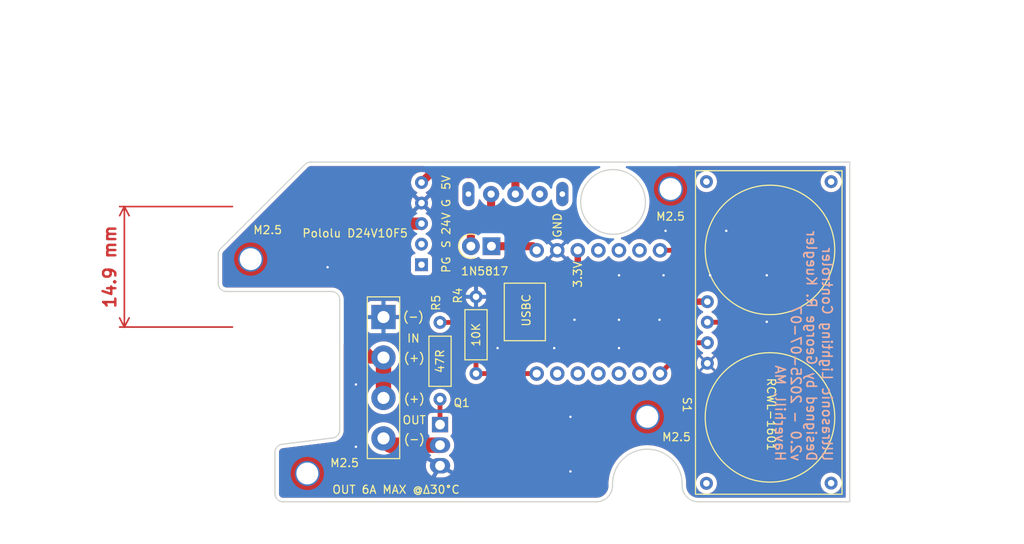
<source format=kicad_pcb>
(kicad_pcb (version 20241229) (generator "pcbnew") (generator_version "9.0")
  (layers (0 "F.Cu" signal) (2 "B.Cu" power) (13 "F.Paste" user) (15 "B.Paste" user) (5 "F.SilkS" user "F.Silkscreen") (7 "B.SilkS" user "B.Silkscreen") (1 "F.Mask" user) (3 "B.Mask" user) (25 "Edge.Cuts" user))
  (net 0 "")
  (net 1 "/+24V")
  (net 2 "/echo")
  (net 3 "/SRO4 PWR")
  (net 4 "Net-(Q1-G)")
  (net 5 "/trig")
  (net 7 "Net-(U1-GPIO_18)")
  (net 8 "/LED-")
  (net 9 "<NO NET>")
  (net 16 "/+5V")
  (net 20 "/5V_MCU")
  (net 21 "/5V_sw")
  (footprint "GRK_Lib:R_Axial_DIN0207_L6.3mm_D2.5mm_P9.5mm" (layer "F.Cu") (at -46.163 26.15 90)
    (property "Reference" "R4" (at 9.65 -2.237 270) (layer "F.SilkS"))
    (property "Value" "10K" (at 4.8 0 270) (layer "F.SilkS"))
    (fp_line (start 7.9 -1.37) (end 1.7 -1.37) (stroke (width 0.15)) (layer "F.SilkS"))
    (fp_line (start 1.7 -1.37) (end 1.7 1.37) (stroke (width 0.15)) (layer "F.SilkS"))
    (fp_line (start 7.9 1.37) (end 7.9 -1.37) (stroke (width 0.15)) (layer "F.SilkS"))
    (fp_line (start 1.7 1.37) (end 7.9 1.37) (stroke (width 0.15)) (layer "F.SilkS"))
    (pad "1" thru_hole circle (at 0 0 90) (size 1.6 1.6) (drill 0.8) (layers "*.Cu" "*.Mask") (net 7 "Net-(U1-GPIO_18)"))
    (pad "2" thru_hole oval (at 9.5 0 90) (size 1.6 1.6) (drill 0.8) (layers "*.Cu" "*.Mask") (net 9 "<NO NET>"))
  )
  (footprint "GRK_Lib:AdafruitQTPyEsp32S3" (layer "F.Cu") (at -38.67 26.15 90)
    (property "Reference" "U1" (hide yes))
    (property "Value" "~" (hide yes))
    (fp_rect (start 4.064 -4.0005) (end 11.176 1.0795) (stroke (width 0.15)) (fill no) (layer "F.SilkS"))
    (fp_text user "GND" (at 19.95 2.57 90) (layer "F.SilkS") (effects (justify right)))
    (fp_text user "USBC" (at 5.72 -0.695 90) (layer "F.SilkS") (effects (justify left bottom)))
    (fp_text user "3.3V" (at 13.97 5.08 90) (layer "F.SilkS") (effects (justify right)))
    (pad "1" thru_hole circle (at 0 0 90) (size 1.8 1.8) (drill 1) (layers "*.Cu" "*.Mask") (net 7 "Net-(U1-GPIO_18)"))
    (pad "2" thru_hole circle (at 0 2.54 90) (size 1.8 1.8) (drill 1) (layers "*.Cu" "*.Mask"))
    (pad "3" thru_hole circle (at 0 5.08 90) (size 1.8 1.8) (drill 1) (layers "*.Cu" "*.Mask"))
    (pad "4" thru_hole circle (at 0 7.62 90) (size 1.8 1.8) (drill 1) (layers "*.Cu" "*.Mask"))
    (pad "5" thru_hole circle (at 0 10.16 90) (size 1.8 1.8) (drill 1) (layers "*.Cu" "*.Mask"))
    (pad "6" thru_hole circle (at 0 12.7 90) (size 1.8 1.8) (drill 1) (layers "*.Cu" "*.Mask"))
    (pad "7" thru_hole circle (at 0 15.24 90) (size 1.8 1.8) (drill 1) (layers "*.Cu" "*.Mask") (net 2 "/echo"))
    (pad "8" thru_hole circle (at 15.24 15.24 270) (size 1.8 1.8) (drill 1) (layers "*.Cu" "*.Mask") (net 5 "/trig"))
    (pad "9" thru_hole circle (at 15.24 12.7 270) (size 1.8 1.8) (drill 1) (layers "*.Cu" "*.Mask"))
    (pad "10" thru_hole circle (at 15.24 10.16 270) (size 1.8 1.8) (drill 1) (layers "*.Cu" "*.Mask"))
    (pad "11" thru_hole circle (at 15.24 7.62 270) (size 1.8 1.8) (drill 1) (layers "*.Cu" "*.Mask"))
    (pad "12" thru_hole circle (at 15.24 5.08 270) (size 1.8 1.8) (drill 1) (layers "*.Cu" "*.Mask") (net 3 "/SRO4 PWR"))
    (pad "13" thru_hole circle (at 15.24 2.54 270) (size 1.8 1.8) (drill 1) (layers "*.Cu" "*.Mask") (net 9 "<NO NET>") (thermal_bridge_width 0.4))
    (pad "14" thru_hole circle (at 15.24 0 270) (size 1.8 1.8) (drill 1) (layers "*.Cu" "*.Mask") (net 20 "/5V_MCU"))
  )
  (footprint "MountingHole:MountingHole_2.7mm_M2.5_ISO7380_Pad_TopOnly" (layer "F.Cu") (at -67 38.5)
    (property "Reference" "M2.5" (at 4.6 -1.3 0) (layer "F.SilkS"))
    (property "Value" "MountingHole_2.7mm_M2.5_ISO7380_Pad_TopOnly" (hide yes))
    (pad "1" thru_hole circle (at 0 0) (size 3.1 3.1) (drill 2.7) (layers "*.Cu" "*.Mask"))
    (pad "1" connect circle (at 0 0) (size 4.5 4.5) (layers "F.Cu" "F.Mask"))
  )
  (footprint "MountingHole:MountingHole_2.7mm_M2.5_ISO7380_Pad_TopOnly" (layer "F.Cu") (at -25 31.5)
    (property "Reference" "M2.5" (at 3.6 2.5 0) (layer "F.SilkS"))
    (property "Value" "MountingHole_2.7mm_M2.5_ISO7380_Pad_TopOnly" (hide yes))
    (pad "1" thru_hole circle (at 0 0) (size 3.1 3.1) (drill 2.7) (layers "*.Cu" "*.Mask"))
    (pad "1" connect circle (at 0 0) (size 4.5 4.5) (layers "F.Cu" "F.Mask"))
  )
  (footprint "MountingHole:MountingHole_2.7mm_M2.5_ISO7380_Pad_TopOnly" (layer "F.Cu") (at -74 12)
    (property "Reference" "M2.5" (at 2.1 -3.6 0) (layer "F.SilkS"))
    (property "Value" "MountingHole_2.7mm_M2.5_ISO7380_Pad_TopOnly" (hide yes))
    (pad "1" thru_hole circle (at 0 0) (size 3.1 3.1) (drill 2.7) (layers "*.Cu" "*.Mask"))
    (pad "1" connect circle (at 0 0) (size 4.5 4.5) (layers "F.Cu" "F.Mask"))
  )
  (footprint "GRK_Lib:RCWL-1601" (layer "F.Cu") (at -17.588 17.26 -90)
    (property "Reference" "S1" (at 12.74 2.512 270) (layer "F.SilkS"))
    (property "Value" "RCWL-1601" (at 13.94 -7.888 270) (layer "F.SilkS"))
    (fp_rect (start -16.19 -16.638) (end 23.81 1.462) (stroke (width 0.15)) (fill no) (layer "F.SilkS"))
    (fp_circle (center -6.4 -7.738) (end -14.4 -7.738) (stroke (width 0.15)) (fill no) (layer "F.SilkS"))
    (fp_circle (center 14.31 -7.738) (end 6.31 -7.738) (stroke (width 0.15)) (fill no) (layer "F.SilkS"))
    (pad "" thru_hole circle (at -14.84 -15.288 270) (size 1.6 1.6) (drill 0.8) (layers "*.Cu" "*.Mask"))
    (pad "" thru_hole circle (at -14.84 0.112 270) (size 1.6 1.6) (drill 0.8) (layers "*.Cu" "*.Mask"))
    (pad "" thru_hole circle (at 22.435 -15.288 270) (size 1.6 1.6) (drill 0.8) (layers "*.Cu" "*.Mask"))
    (pad "" thru_hole circle (at 22.46 0.112 270) (size 1.6 1.6) (drill 0.8) (layers "*.Cu" "*.Mask"))
    (pad "1" thru_hole circle (at 0 0 270) (size 1.6 1.6) (drill 0.8) (layers "*.Cu" "*.Mask") (net 3 "/SRO4 PWR"))
    (pad "2" thru_hole circle (at 2.54 0 270) (size 1.6 1.6) (drill 0.8) (layers "*.Cu" "*.Mask") (net 5 "/trig"))
    (pad "3" thru_hole circle (at 5.08 0 270) (size 1.6 1.6) (drill 0.8) (layers "*.Cu" "*.Mask") (net 2 "/echo"))
    (pad "4" thru_hole circle (at 7.62 0 270) (size 1.6 1.6) (drill 0.8) (layers "*.Cu" "*.Mask") (net 9 "<NO NET>") (thermal_bridge_width 0.3))
  )
  (footprint "MountingHole:MountingHole_2.7mm_M2.5_ISO7380_Pad_TopOnly" (layer "F.Cu") (at -22.138 3.33)
    (property "Reference" "M2.5" (at 0 3.4 0) (layer "F.SilkS"))
    (property "Value" "MountingHole_2.7mm_M2.5_ISO7380_Pad_TopOnly" (hide yes))
    (pad "1" thru_hole circle (at 0 0) (size 3.1 3.1) (drill 2.7) (layers "*.Cu" "*.Mask"))
    (pad "1" connect circle (at 0 0) (size 4.5 4.5) (layers "F.Cu" "F.Mask"))
  )
  (footprint "GRK_Lib:Pololu_5V_H" (layer "F.Cu") (at -52.894 7.608 90)
    (property "Reference" "P1" (hide yes))
    (property "Value" "Pololu D24V10F5" (at -1.192 -8.206 0) (layer "F.SilkS"))
    (fp_text user "5V" (at 5.08 3.048 90) (layer "F.SilkS"))
    (fp_text user "PG" (at -5.08 3.048 90) (layer "F.SilkS"))
    (fp_text user "S" (at -2.54 3.048 90) (layer "F.SilkS"))
    (fp_text user "G" (at 2.54 3.048 90) (layer "F.SilkS"))
    (fp_text user "24V" (at 0 3.048 90) (layer "F.SilkS"))
    (pad "1" thru_hole rect (at -5.08 0 90) (size 1.6 1.6) (drill 0.8) (layers "*.Cu" "*.Mask"))
    (pad "2" thru_hole circle (at -2.54 0 90) (size 1.6 1.6) (drill 0.8) (layers "*.Cu" "*.Mask"))
    (pad "3" thru_hole circle (at 0 0 90) (size 1.6 1.6) (drill 0.8) (layers "*.Cu" "*.Mask") (net 1 "/+24V"))
    (pad "4" thru_hole circle (at 2.54 0 90) (size 1.6 1.6) (drill 0.8) (layers "*.Cu" "*.Mask") (net 9 "<NO NET>"))
    (pad "5" thru_hole circle (at 5.08 0 90) (size 1.6 1.6) (drill 0.8) (layers "*.Cu" "*.Mask") (net 16 "/+5V"))
  )
  (footprint "GRK_Lib:D_DO-41_SOD81_P2.54mm_Vertical_KathodeUp" (layer "F.Cu") (at -44.258 10.402 180)
    (property "Reference" "D1" (hide yes))
    (property "Value" "1N5817" (at 0.837 -3.09 0) (layer "F.SilkS"))
    (fp_arc (start 2.031741 -1.411833) (mid 4.040438 0.016937) (end 2 1.4) (stroke (width 0.15)) (layer "F.SilkS"))
    (pad "1" thru_hole rect (at 0 0 180) (size 2.2 2.2) (drill 1.1) (layers "*.Cu" "*.Mask") (net 20 "/5V_MCU"))
    (pad "2" thru_hole oval (at 2.54 0 180) (size 2.2 2.2) (drill 1.1) (layers "*.Cu" "*.Mask") (net 21 "/5V_sw"))
  )
  (footprint "GRK_Lib:Switch_SPDT_CUI_500mA_3mm" (layer "F.Cu") (at -41.3 3.958)
    (property "Reference" "SW3" (hide yes))
    (property "Value" "switch_SPDT_SLW_121586" (hide yes))
    (pad "" thru_hole oval (at -5.8 0) (size 1.5 3) (drill 0.7 1.5) (layers "*.Cu" "*.Mask"))
    (pad "" thru_hole circle (at 3 0) (size 2 2) (drill 0.9) (layers "*.Cu" "*.Mask"))
    (pad "" thru_hole oval (at 5.8 0) (size 1.5 3) (drill 0.7 1.5) (layers "*.Cu" "*.Mask"))
    (pad "1" thru_hole circle (at 0 0) (size 2 2) (drill 0.9) (layers "*.Cu" "*.Mask") (net 16 "/+5V"))
    (pad "2" thru_hole circle (at -3 0) (size 2 2) (drill 0.9) (layers "*.Cu" "*.Mask") (net 21 "/5V_sw"))
  )
  (footprint "GRK_Lib:TO-220F-3_H_Heatsink" (layer "F.Cu") (at -50.608 32.46 -90)
    (property "Reference" "Q1" (hide yes))
    (property "Value" "IRLB8721PBF" (hide yes))
    (fp_text user "${REFERENCE}" (at -2.69 -2.673 0) (layer "F.SilkS"))
    (pad "1" thru_hole rect (at 0 0 270) (size 1.9 2) (drill 1.2) (layers "*.Cu" "*.Mask") (net 4 "Net-(Q1-G)"))
    (pad "2" thru_hole oval (at 2.54 0 270) (size 1.9 2.5) (drill 1.2) (layers "*.Cu" "*.Mask") (net 8 "/LED-"))
    (pad "3" thru_hole oval (at 5.08 0 270) (size 1.9 2.5) (drill 1.2) (layers "*.Cu" "*.Mask") (net 9 "<NO NET>") (thermal_bridge_width 0.5))
  )
  (footprint "GRK_Lib:Molex 4pin Terminal Block" (layer "F.Cu") (at -57.593 19.165 -90)
    (property "Reference" "J3" (hide yes))
    (property "Value" "Screw_Term_1x4_5mm" (hide yes))
    (fp_rect (start -2.5 -2) (end 17.5 2) (stroke (width 0.15)) (fill no) (layer "F.SilkS"))
    (pad "1" thru_hole rect (at 0 0 270) (size 3 3) (drill 1.5) (layers "*.Cu" "*.Mask") (net 9 "<NO NET>"))
    (pad "2" thru_hole circle (at 5 0 270) (size 3 3) (drill 1.5) (layers "*.Cu" "*.Mask") (net 1 "/+24V"))
    (pad "3" thru_hole circle (at 10 0 270) (size 3 3) (drill 1.5) (layers "*.Cu" "*.Mask") (net 1 "/+24V"))
    (pad "4" thru_hole circle (at 15 0 270) (size 3 3) (drill 1.5) (layers "*.Cu" "*.Mask") (net 8 "/LED-"))
  )
  (footprint "GRK_Lib:R_Axial_DIN0207_L6.3mm_D2.5mm_P9.5mm" (layer "F.Cu") (at -50.608 19.825 -90)
    (property "Reference" "R5" (at -2.425 0.492 90) (layer "F.SilkS"))
    (property "Value" "47R" (at 4.8 0 90) (layer "F.SilkS"))
    (fp_line (start 1.7 1.37) (end 7.9 1.37) (stroke (width 0.15)) (layer "F.SilkS"))
    (fp_line (start 7.9 1.37) (end 7.9 -1.37) (stroke (width 0.15)) (layer "F.SilkS"))
    (fp_line (start 1.7 -1.37) (end 1.7 1.37) (stroke (width 0.15)) (layer "F.SilkS"))
    (fp_line (start 7.9 -1.37) (end 1.7 -1.37) (stroke (width 0.15)) (layer "F.SilkS"))
    (pad "1" thru_hole circle (at 0 0 270) (size 1.6 1.6) (drill 0.8) (layers "*.Cu" "*.Mask") (net 7 "Net-(U1-GPIO_18)"))
    (pad "2" thru_hole oval (at 9.5 0 270) (size 1.6 1.6) (drill 0.8) (layers "*.Cu" "*.Mask") (net 4 "Net-(Q1-G)"))
  )
  (gr_line (start -63 17) (end -63 33.117218) (stroke (width 0.15)) (layer "Edge.Cuts"))
  (gr_arc (start -71 35.882782) (mid -70.749672 35.22099) (end -70.124035 34.890504) (stroke (width 0.15)) (layer "Edge.Cuts"))
  (gr_arc (start -63 33.117218) (mid -63.250322 33.77902) (end -63.875965 34.109496) (stroke (width 0.15)) (layer "Edge.Cuts"))
  (gr_line (start -18.7 42) (end 0 42) (stroke (width 0.15)) (layer "Edge.Cuts"))
  (gr_arc (start -78 11.414214) (mid -77.92388 11.031531) (end -77.707107 10.707107) (stroke (width 0.15)) (layer "Edge.Cuts"))
  (gr_line (start -29.3 39.8) (end -29.3 40) (stroke (width 0.15)) (layer "Edge.Cuts"))
  (gr_line (start 0 0) (end 0 42) (stroke (width 0.15)) (layer "Edge.Cuts"))
  (gr_arc (start -29.3 39.8) (mid -25 35.5) (end -20.7 39.8) (stroke (width 0.15)) (layer "Edge.Cuts"))
  (gr_line (start -77 16) (end -64 16) (stroke (width 0.15)) (layer "Edge.Cuts"))
  (gr_arc (start -18.7 42) (mid -20.114214 41.414214) (end -20.7 40) (stroke (width 0.15)) (layer "Edge.Cuts"))
  (gr_line (start -67.292893 0.292893) (end -77.707107 10.707107) (stroke (width 0.15)) (layer "Edge.Cuts"))
  (gr_circle (center -29.238 4.93) (end -33.238 4.93) (stroke (width 0.15)) (fill no) (layer "Edge.Cuts"))
  (gr_line (start -78 11.414214) (end -78 15) (stroke (width 0.15)) (layer "Edge.Cuts"))
  (gr_line (start 0 0) (end -66.585786 0) (stroke (width 0.15)) (layer "Edge.Cuts"))
  (gr_arc (start -64 16) (mid -63.292893 16.292893) (end -63 17) (stroke (width 0.15)) (layer "Edge.Cuts"))
  (gr_arc (start -77 16) (mid -77.707107 15.707107) (end -78 15) (stroke (width 0.15)) (layer "Edge.Cuts"))
  (gr_line (start -71 35.882782) (end -71 41) (stroke (width 0.15)) (layer "Edge.Cuts"))
  (gr_arc (start -29.3 40) (mid -29.885786 41.414214) (end -31.3 42) (stroke (width 0.15)) (layer "Edge.Cuts"))
  (gr_arc (start -67.292893 0.292893) (mid -66.968469 0.076125) (end -66.585786 0) (stroke (width 0.15)) (layer "Edge.Cuts"))
  (gr_arc (start -70 42) (mid -70.707107 41.707107) (end -71 41) (stroke (width 0.15)) (layer "Edge.Cuts"))
  (gr_line (start -31.3 42) (end -70 42) (stroke (width 0.15)) (layer "Edge.Cuts"))
  (gr_line (start -63.875965 34.109496) (end -70.124035 34.890504) (stroke (width 0.15)) (layer "Edge.Cuts"))
  (gr_line (start -20.7 40) (end -20.7 39.8) (stroke (width 0.15)) (layer "Edge.Cuts"))
  (gr_text "OUT" (at -53.8 31.9 0) (layer "F.SilkS") (effects (font (size 1 1))))
  (gr_text "(-)" (at -53.788 34.25 0) (layer "F.SilkS") (effects (font (size 1 1))))
  (gr_text "(+)" (at -53.788 29.25 0) (layer "F.SilkS") (effects (font (size 1 1))))
  (gr_text "IN" (at -53.9 21.8 0) (layer "F.SilkS") (effects (font (size 1 1))))
  (gr_text "OUT 6A MAX @∆30°C" (at -64 40.5 0) (layer "F.SilkS") (effects (font (size 1 1)) (justify left)))
  (gr_text "(-)" (at -53.9 19.1 0) (layer "F.SilkS") (effects (font (size 1 1))))
  (gr_text "(+)" (at -53.8 24.2 0) (layer "F.SilkS") (effects (font (size 1 1))))
  (gr_text "Ultrasonic Lighting Controler\nDesigned by George R. Kuegler\nv2.0 - 2025-07-07\nHaverhill, MA" (at -9.3 37.1 270) (layer "B.SilkS") (effects (font (size 1.2 1.2) (thickness 0.2) (bold yes)) (justify left bottom mirror)))
  (dimension (type aligned) (layer "F.Cu") (pts (xy -75.75 5.5) (xy -75.75 20.4)) (height 13.85) (format (prefix "") (suffix "") (units 3) (units_format 1) (precision 4) (suppress_zeroes yes)) (style (thickness 0.2) (arrow_length 1.27) (text_position_mode 0) (arrow_direction outward) (extension_height 0.58642) (extension_offset 0.5) (keep_text_aligned yes)) (gr_text "14.9 mm" (at -91.4 12.95 90) (layer "F.Cu") (effects (font (size 1.5 1.5) (thickness 0.3)))))
  (segment (start -59.197 24.165) (end -57.593 24.165) (width 1.5) (layer "F.Cu") (net 1))
  (segment (start -57.593 29.165) (end -57.593 24.165) (width 1.9) (layer "F.Cu") (net 1))
  (segment (start -61.022 13.958) (end -61.022 22.34) (width 1.5) (layer "F.Cu") (net 1))
  (segment (start -54.672 7.608) (end -61.022 13.958) (width 1.5) (layer "F.Cu") (net 1))
  (segment (start -52.894 7.608) (end -54.672 7.608) (width 1.5) (layer "F.Cu") (net 1))
  (segment (start -61.022 22.34) (end -59.197 24.165) (width 1.5) (layer "F.Cu") (net 1))
  (segment (start -17.588 22.34) (end -19.62 22.34) (width 0.6) (layer "F.Cu") (net 2))
  (segment (start -19.62 22.34) (end -23.43 26.15) (width 0.6) (layer "F.Cu") (net 2))
  (segment (start -30.796 17.26) (end -17.588 17.26) (width 0.8) (layer "F.Cu") (net 3))
  (segment (start -33.59 10.91) (end -33.59 14.466) (width 0.8) (layer "F.Cu") (net 3))
  (segment (start -33.59 14.466) (end -30.796 17.26) (width 0.8) (layer "F.Cu") (net 3))
  (segment (start -50.608 29.325) (end -50.608 32.46) (width 0.6) (layer "F.Cu") (net 4))
  (segment (start -15.048 19.8) (end -17.588 19.8) (width 0.6) (layer "F.Cu") (net 5))
  (segment (start -13.27 18.022) (end -15.048 19.8) (width 0.6) (layer "F.Cu") (net 5))
  (segment (start -13.27 12.18) (end -13.27 18.022) (width 0.6) (layer "F.Cu") (net 5))
  (segment (start -23.43 10.91) (end -14.54 10.91) (width 0.6) (layer "F.Cu") (net 5))
  (segment (start -14.54 10.91) (end -13.27 12.18) (width 0.6) (layer "F.Cu") (net 5))
  (segment (start -48.043 19.825) (end -46.163 21.705) (width 0.6) (layer "F.Cu") (net 7))
  (segment (start -50.608 19.825) (end -48.043 19.825) (width 0.6) (layer "F.Cu") (net 7))
  (segment (start -38.67 26.15) (end -46.163 26.15) (width 0.6) (layer "F.Cu") (net 7))
  (segment (start -46.163 21.705) (end -46.163 26.15) (width 0.6) (layer "F.Cu") (net 7))
  (segment (start -57.593 34.165) (end -56.758 35) (width 1.9) (layer "F.Cu") (net 8))
  (segment (start -56.758 35) (end -50.608 35) (width 1.9) (layer "F.Cu") (net 8))
  (via (at -23 14) (size 0.8) (drill 0.3) (layers "F.Cu" "B.Cu") (net 9))
  (via (at -34.5 38.25) (size 0.8) (drill 0.3) (layers "F.Cu" "B.Cu") (net 9))
  (via (at -23.5 19.5) (size 0.8) (drill 0.3) (layers "F.Cu" "B.Cu") (net 9))
  (via (at -64.5 13) (size 0.8) (drill 0.3) (layers "F.Cu" "B.Cu") (net 9))
  (via (at -34.5 31.5) (size 0.8) (drill 0.3) (layers "F.Cu" "B.Cu") (net 9))
  (via (at -61 27.5) (size 0.8) (drill 0.3) (layers "F.Cu" "B.Cu") (net 9))
  (via (at -43.5 23) (size 0.8) (drill 0.3) (layers "F.Cu" "B.Cu") (net 9))
  (via (at -10.25 14) (size 0.8) (drill 0.3) (layers "F.Cu" "B.Cu") (net 9))
  (via (at -22.75 8.5) (size 0.8) (drill 0.3) (layers "F.Cu" "B.Cu") (net 9))
  (via (at -15.25 8.5) (size 0.8) (drill 0.3) (layers "F.Cu" "B.Cu") (net 9))
  (via (at -34 19.5) (size 0.8) (drill 0.3) (layers "F.Cu" "B.Cu") (net 9))
  (via (at -28.5 23) (size 0.8) (drill 0.3) (layers "F.Cu" "B.Cu") (net 9))
  (via (at -10.25 19.75) (size 0.8) (drill 0.3) (layers "F.Cu" "B.Cu") (net 9))
  (via (at -28.5 14) (size 0.8) (drill 0.3) (layers "F.Cu" "B.Cu") (net 9))
  (via (at -17.25 14) (size 0.8) (drill 0.3) (layers "F.Cu" "B.Cu") (net 9))
  (via (at -61 35.2) (size 0.8) (drill 0.3) (layers "F.Cu" "B.Cu") (net 9))
  (via (at -28.5 19.5) (size 0.8) (drill 0.3) (layers "F.Cu" "B.Cu") (net 9))
  (via (at -36.5 23) (size 0.8) (drill 0.3) (layers "F.Cu" "B.Cu") (net 9))
  (segment (start -51.866 1.5) (end -42 1.5) (width 1) (layer "F.Cu") (net 16))
  (segment (start -52.894 2.528) (end -51.866 1.5) (width 1) (layer "F.Cu") (net 16))
  (segment (start -41.3 2.2) (end -41.3 3.958) (width 1) (layer "F.Cu") (net 16))
  (segment (start -42 1.5) (end -41.3 2.2) (width 1) (layer "F.Cu") (net 16))
  (segment (start -39.178 10.402) (end -38.67 10.91) (width 1) (layer "F.Cu") (net 20))
  (segment (start -44.258 10.402) (end -39.178 10.402) (width 1) (layer "F.Cu") (net 20))
  (segment (start -46.798 8.478) (end -46.798 10.402) (width 1) (layer "F.Cu") (net 21))
  (segment (start -44.3 5.98) (end -44.3 3.958) (width 1) (layer "F.Cu") (net 21))
  (segment (start -46.798 8.478) (end -44.3 5.98) (width 1) (layer "F.Cu") (net 21))
  (zone (net 9) (net_name "<NO NET>") (layer "F.Cu") (priority 1) (connect_pads (clearance 0.5)) (min_thickness 0.25) (fill yes (thermal_gap 0.5) (thermal_bridge_width 0.5))
    (polygon (pts (xy 4 47) (xy -81 47) (xy -81 -4) (xy 4 -4)))
    (polygon (pts (xy -47.133373 8.841779) (xy -45.726234 10.402) (xy -28.88 10.38) (xy -28.58 7.43) (xy -31.7 6.32) (xy -33.03 4.3) (xy -43.02 4.38)))
  )
  (zone (net 9) (net_name "<NO NET>") (layer "B.Cu") (connect_pads (clearance 0.5)) (min_thickness 0.25) (fill yes (thermal_gap 0.5) (thermal_bridge_width 0.5))
    (polygon (pts (xy -81 -4) (xy 4 -4) (xy 4 47) (xy -81 47)))
  )
)
</source>
